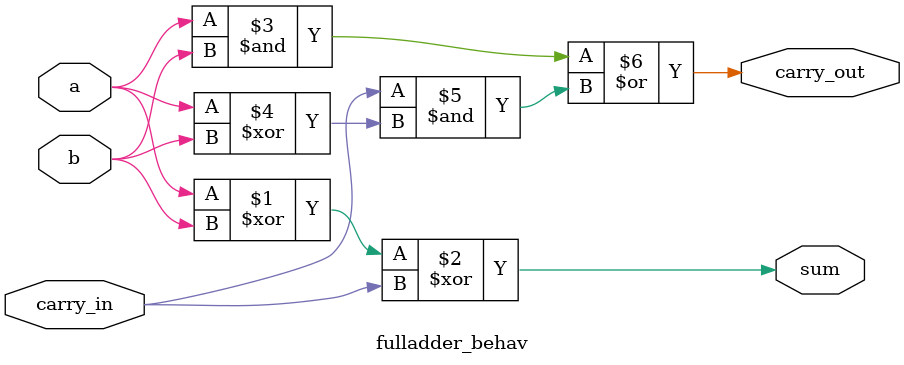
<source format=v>
module fulladder_behav (a, b, carry_in, sum, carry_out);
    input a, b, carry_in;
    output sum, carry_out;

    assign sum = a ^ b ^ carry_in;
    assign carry_out = (a & b) | (carry_in & (a ^ b));

endmodule
</source>
